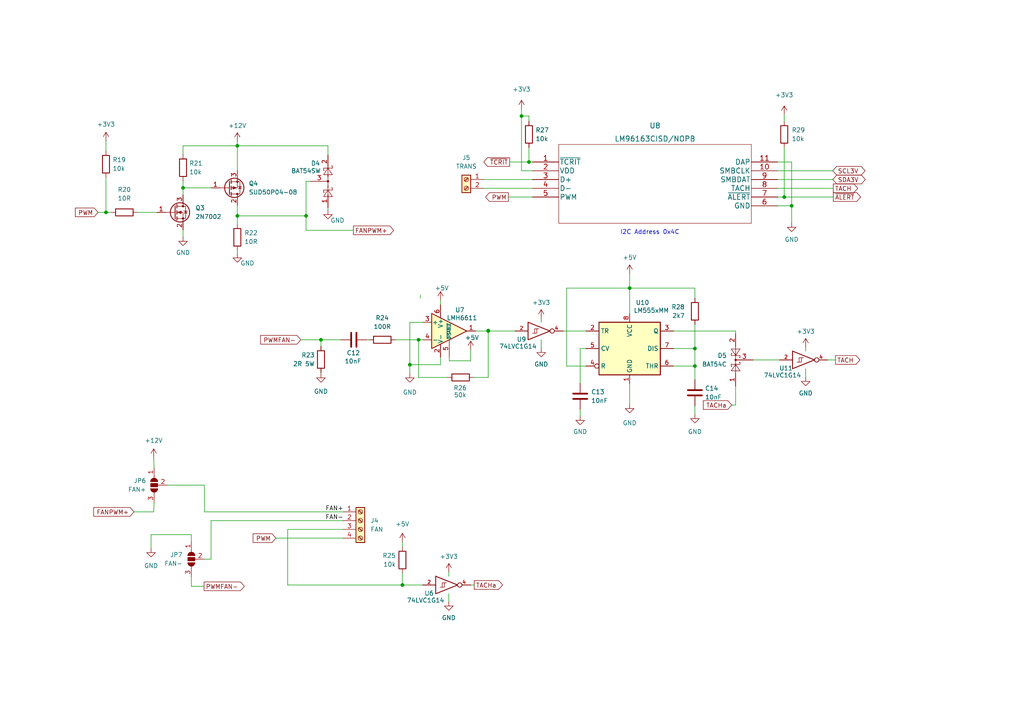
<source format=kicad_sch>
(kicad_sch (version 20211123) (generator eeschema)
  (paper "A4")
  (title_block (title "LINBus Fan Controller") (date "2023-02-19") (rev "1.0") (company "Gavin Hurlbut"))
  (lib_symbols
    (symbol "+12V_1" (power) (pin_names (offset 0))
      (property "Value" "+12V_1" (at 0 3.556 0))
      (symbol "+12V_1_0_1"
        (polyline (pts (xy -0.762 1.27) (xy 0 2.54)))
        (polyline (pts (xy 0 0) (xy 0 2.54)))
        (polyline (pts (xy 0 2.54) (xy 0.762 1.27)))
      )
      (symbol "+12V_1_1_1"
        (pin power_in line (at 0 0 90) (length 0) hide (name "+12V") (number "1"))
      )
    )
    (symbol "74xGxx:74LVC1G14" (pin_names (offset 1.016))
      (property "Reference" "U" (at -2.54 3.81 0))
      (property "Value" "74LVC1G14" (at 0 -3.81 0))
      (symbol "74LVC1G14_0_1"
        (polyline (pts (xy -1.905 -0.635) (xy -1.27 -0.635) (xy -1.27 0.635)))
        (polyline (pts (xy -3.81 2.54) (xy -3.81 -2.54) (xy 2.54 0) (xy -3.81 2.54)) (stroke (width 0.254)))
        (polyline (pts (xy -2.54 -0.635) (xy -1.905 -0.635) (xy -1.905 0.635) (xy -0.635 0.635)))
      )
      (symbol "74LVC1G14_1_1"
        (pin input line (at -7.62 0 0) (length 3.81) (name "~") (number "2"))
        (pin power_in line (at 0 -2.54 270) (length 0) hide (name "GND") (number "3"))
        (pin output inverted (at 6.35 0 180) (length 3.81) (name "~") (number "4"))
        (pin power_in line (at 0 2.54 90) (length 0) hide (name "VCC") (number "5"))
      )
    )
    (symbol "Amplifier_Operational:LMH6611" (pin_names (offset 0.127))
      (property "Reference" "U" (at 2.54 3.81 0))
      (property "Value" "LMH6611" (at 2.54 -3.81 0))
      (symbol "LMH6611_0_1"
        (polyline (pts (xy -5.08 5.08) (xy 5.08 0) (xy -5.08 -5.08) (xy -5.08 5.08)) (stroke (width 0.254)) (fill (type background)))
      )
      (symbol "LMH6611_1_1"
        (pin output line (at 7.62 0 180) (length 2.54) (name "~") (number "1"))
        (pin power_in line (at -2.54 -7.62 90) (length 3.81) (name "V-") (number "2"))
        (pin input line (at -7.62 2.54 0) (length 2.54) (name "+") (number "3"))
        (pin input line (at -7.62 -2.54 0) (length 2.54) (name "-") (number "4"))
        (pin input line (at 0 -7.62 90) (length 5.08) (name "~{DISABLE}") (number "5"))
        (pin power_in line (at -2.54 7.62 270) (length 3.81) (name "V+") (number "6"))
      )
    )
    (symbol "Connector:Screw_Terminal_01x02" (pin_names (offset 1.016) hide)
      (property "Reference" "J" (at 0 2.54 0))
      (property "Value" "Screw_Terminal_01x02" (at 0 -5.08 0))
      (symbol "Screw_Terminal_01x02_1_1"
        (rectangle (start -1.27 1.27) (end 1.27 -3.81) (stroke (width 0.254)) (fill (type background)))
        (circle (center 0 -2.54) (radius 0.635) (stroke (width 0.1524)))
        (polyline (pts (xy -0.5334 -2.2098) (xy 0.3302 -3.048)) (stroke (width 0.1524)))
        (polyline (pts (xy -0.5334 0.3302) (xy 0.3302 -0.508)) (stroke (width 0.1524)))
        (polyline (pts (xy -0.3556 -2.032) (xy 0.508 -2.8702)) (stroke (width 0.1524)))
        (polyline (pts (xy -0.3556 0.508) (xy 0.508 -0.3302)) (stroke (width 0.1524)))
        (circle (center 0 0) (radius 0.635) (stroke (width 0.1524)))
        (pin passive line (at -5.08 0 0) (length 3.81) (name "Pin_1") (number "1"))
        (pin passive line (at -5.08 -2.54 0) (length 3.81) (name "Pin_2") (number "2"))
      )
    )
    (symbol "Connector:Screw_Terminal_01x04" (pin_names (offset 1.016) hide)
      (property "Reference" "J" (at 0 5.08 0))
      (property "Value" "Screw_Terminal_01x04" (at 0 -7.62 0))
      (symbol "Screw_Terminal_01x04_1_1"
        (rectangle (start -1.27 3.81) (end 1.27 -6.35) (stroke (width 0.254)) (fill (type background)))
        (circle (center 0 -5.08) (radius 0.635) (stroke (width 0.1524)))
        (circle (center 0 -2.54) (radius 0.635) (stroke (width 0.1524)))
        (polyline (pts (xy -0.5334 -4.7498) (xy 0.3302 -5.588)) (stroke (width 0.1524)))
        (polyline (pts (xy -0.5334 -2.2098) (xy 0.3302 -3.048)) (stroke (width 0.1524)))
        (polyline (pts (xy -0.5334 0.3302) (xy 0.3302 -0.508)) (stroke (width 0.1524)))
        (polyline (pts (xy -0.5334 2.8702) (xy 0.3302 2.032)) (stroke (width 0.1524)))
        (polyline (pts (xy -0.3556 -4.572) (xy 0.508 -5.4102)) (stroke (width 0.1524)))
        (polyline (pts (xy -0.3556 -2.032) (xy 0.508 -2.8702)) (stroke (width 0.1524)))
        (polyline (pts (xy -0.3556 0.508) (xy 0.508 -0.3302)) (stroke (width 0.1524)))
        (polyline (pts (xy -0.3556 3.048) (xy 0.508 2.2098)) (stroke (width 0.1524)))
        (circle (center 0 0) (radius 0.635) (stroke (width 0.1524)))
        (circle (center 0 2.54) (radius 0.635) (stroke (width 0.1524)))
        (pin passive line (at -5.08 2.54 0) (length 3.81) (name "Pin_1") (number "1"))
        (pin passive line (at -5.08 0 0) (length 3.81) (name "Pin_2") (number "2"))
        (pin passive line (at -5.08 -2.54 0) (length 3.81) (name "Pin_3") (number "3"))
        (pin passive line (at -5.08 -5.08 0) (length 3.81) (name "Pin_4") (number "4"))
      )
    )
    (symbol "Device:C" (pin_numbers hide) (pin_names (offset 0.254))
      (property "Reference" "C" (at 0.635 2.54 0))
      (property "Value" "C" (at 0.635 -2.54 0))
      (symbol "C_0_1"
        (polyline (pts (xy -2.032 -0.762) (xy 2.032 -0.762)) (stroke (width 0.508)))
        (polyline (pts (xy -2.032 0.762) (xy 2.032 0.762)) (stroke (width 0.508)))
      )
      (symbol "C_1_1"
        (pin passive line (at 0 3.81 270) (length 2.794) (name "~") (number "1"))
        (pin passive line (at 0 -3.81 90) (length 2.794) (name "~") (number "2"))
      )
    )
    (symbol "Device:R" (pin_numbers hide) (pin_names (offset 0))
      (property "Reference" "R" (at 2.032 0 90))
      (property "Value" "R" (at 0 0 90))
      (symbol "R_0_1"
        (rectangle (start -1.016 -2.54) (end 1.016 2.54) (stroke (width 0.254)))
      )
      (symbol "R_1_1"
        (pin passive line (at 0 3.81 270) (length 1.27) (name "~") (number "1"))
        (pin passive line (at 0 -3.81 90) (length 1.27) (name "~") (number "2"))
      )
    )
    (symbol "Diode:BAT54C" (pin_names (offset 1.016))
      (property "Reference" "D" (at 0.635 -3.81 0))
      (property "Value" "BAT54C" (at -6.35 3.175 0))
      (symbol "BAT54C_0_1"
        (polyline (pts (xy -1.905 0) (xy 1.905 0)))
        (polyline (pts (xy -1.905 1.27) (xy -1.905 1.016)))
        (polyline (pts (xy -1.27 -1.27) (xy -0.635 -1.27)))
        (polyline (pts (xy -1.27 0) (xy -3.81 0)))
        (polyline (pts (xy -1.27 1.27) (xy -1.905 1.27)))
        (polyline (pts (xy -1.27 1.27) (xy -1.27 -1.27)))
        (polyline (pts (xy -0.635 -1.27) (xy -0.635 -1.016)))
        (polyline (pts (xy 0.635 -1.27) (xy 0.635 -1.016)))
        (polyline (pts (xy 1.27 -1.27) (xy 0.635 -1.27)))
        (polyline (pts (xy 1.27 1.27) (xy 1.27 -1.27)))
        (polyline (pts (xy 1.27 1.27) (xy 1.905 1.27)))
        (polyline (pts (xy 1.905 1.27) (xy 1.905 1.016)))
        (polyline (pts (xy 3.81 0) (xy 1.27 0)))
        (polyline (pts (xy -3.175 -1.27) (xy -3.175 1.27) (xy -1.27 0) (xy -3.175 -1.27)))
        (polyline (pts (xy 3.175 -1.27) (xy 3.175 1.27) (xy 1.27 0) (xy 3.175 -1.27)))
        (circle (center 0 0) (radius 0.254) (fill (type outline)))
      )
      (symbol "BAT54C_1_1"
        (pin passive line (at -7.62 0 0) (length 3.81) (name "~") (number "1"))
        (pin passive line (at 7.62 0 180) (length 3.81) (name "~") (number "2"))
        (pin passive line (at 0 -5.08 90) (length 5.08) (name "~") (number "3"))
      )
    )
    (symbol "Diode:BAT54SW" (pin_names (offset 1.016))
      (property "Reference" "D" (at 0.635 -3.81 0))
      (property "Value" "BAT54SW" (at -6.35 3.175 0))
      (symbol "BAT54SW_0_1"
        (polyline (pts (xy -3.81 0) (xy -1.27 0)))
        (polyline (pts (xy -3.175 -1.27) (xy -3.175 -1.016)))
        (polyline (pts (xy -2.54 -1.27) (xy -3.175 -1.27)))
        (polyline (pts (xy -2.54 -1.27) (xy -2.54 1.27)))
        (polyline (pts (xy -2.54 1.27) (xy -1.905 1.27)))
        (polyline (pts (xy -1.905 0) (xy 1.905 0)))
        (polyline (pts (xy -1.905 1.27) (xy -1.905 1.016)))
        (polyline (pts (xy 1.27 0) (xy 3.81 0)))
        (polyline (pts (xy 3.175 -1.27) (xy 3.175 -1.016)))
        (polyline (pts (xy 3.81 -1.27) (xy 3.175 -1.27)))
        (polyline (pts (xy 3.81 -1.27) (xy 3.81 1.27)))
        (polyline (pts (xy 3.81 1.27) (xy 4.445 1.27)))
        (polyline (pts (xy 4.445 1.27) (xy 4.445 1.016)))
        (polyline (pts (xy -4.445 1.27) (xy -4.445 -1.27) (xy -2.54 0) (xy -4.445 1.27)))
        (polyline (pts (xy 1.905 1.27) (xy 1.905 -1.27) (xy 3.81 0) (xy 1.905 1.27)))
        (circle (center 0 0) (radius 0.254) (fill (type outline)))
      )
      (symbol "BAT54SW_1_1"
        (pin passive line (at -7.62 0 0) (length 3.81) (name "~") (number "1"))
        (pin passive line (at 7.62 0 180) (length 3.81) (name "~") (number "2"))
        (pin passive line (at 0 -5.08 90) (length 5.08) (name "~") (number "3"))
      )
    )
    (symbol "GND_1" (power) (pin_names (offset 0))
      (property "Value" "GND_1" (at 0 -3.81 0))
      (symbol "GND_1_0_1"
        (polyline (pts (xy 0 0) (xy 0 -1.27) (xy 1.27 -1.27) (xy 0 -2.54) (xy -1.27 -1.27) (xy 0 -1.27)))
      )
      (symbol "GND_1_1_1"
        (pin power_in line (at 0 0 270) (length 0) hide (name "GND") (number "1"))
      )
    )
    (symbol "GND_2" (power) (pin_names (offset 0))
      (property "Value" "GND_2" (at 0 -3.81 0))
      (symbol "GND_2_0_1"
        (polyline (pts (xy 0 0) (xy 0 -1.27) (xy 1.27 -1.27) (xy 0 -2.54) (xy -1.27 -1.27) (xy 0 -1.27)))
      )
      (symbol "GND_2_1_1"
        (pin power_in line (at 0 0 270) (length 0) hide (name "GND") (number "1"))
      )
    )
    (symbol "Jumper:SolderJumper_3_Open" (pin_names (offset 0) hide)
      (property "Reference" "JP" (at -2.54 -2.54 0))
      (property "Value" "SolderJumper_3_Open" (at 0 2.794 0))
      (symbol "SolderJumper_3_Open_0_1"
        (arc (start -1.016 1.016) (mid -2.032 0) (end -1.016 -1.016))
        (arc (start -1.016 1.016) (mid -2.032 0) (end -1.016 -1.016) (fill (type outline)))
        (rectangle (start -0.508 1.016) (end 0.508 -1.016) (fill (type outline)))
        (polyline (pts (xy -2.54 0) (xy -2.032 0)))
        (polyline (pts (xy -1.016 1.016) (xy -1.016 -1.016)))
        (polyline (pts (xy 0 -1.27) (xy 0 -1.016)))
        (polyline (pts (xy 1.016 1.016) (xy 1.016 -1.016)))
        (polyline (pts (xy 2.54 0) (xy 2.032 0)))
        (arc (start 1.016 -1.016) (mid 2.032 0) (end 1.016 1.016))
        (arc (start 1.016 -1.016) (mid 2.032 0) (end 1.016 1.016) (fill (type outline)))
      )
      (symbol "SolderJumper_3_Open_1_1"
        (pin passive line (at -5.08 0 0) (length 2.54) (name "A") (number "1"))
        (pin passive line (at 0 -3.81 90) (length 2.54) (name "C") (number "2"))
        (pin passive line (at 5.08 0 180) (length 2.54) (name "B") (number "3"))
      )
    )
    (symbol "Timer:LM555xMM"
      (property "Reference" "U" (at -10.16 8.89 0))
      (property "Value" "LM555xMM" (at 2.54 8.89 0))
      (symbol "LM555xMM_0_0"
        (pin power_in line (at 0 -10.16 90) (length 2.54) (name "GND") (number "1"))
        (pin power_in line (at 0 10.16 270) (length 2.54) (name "VCC") (number "8"))
      )
      (symbol "LM555xMM_0_1"
        (rectangle (start -8.89 -7.62) (end 8.89 7.62) (stroke (width 0.254)) (fill (type background)))
        (rectangle (start -8.89 -7.62) (end 8.89 7.62) (stroke (width 0.254)) (fill (type background)))
      )
      (symbol "LM555xMM_1_1"
        (pin input line (at -12.7 5.08 0) (length 3.81) (name "TR") (number "2"))
        (pin output line (at 12.7 5.08 180) (length 3.81) (name "Q") (number "3"))
        (pin input inverted (at -12.7 -5.08 0) (length 3.81) (name "R") (number "4"))
        (pin input line (at -12.7 0 0) (length 3.81) (name "CV") (number "5"))
        (pin input line (at 12.7 -5.08 180) (length 3.81) (name "THR") (number "6"))
        (pin input line (at 12.7 0 180) (length 3.81) (name "DIS") (number "7"))
      )
    )
    (symbol "Transistor_FET:2N7002" (pin_names hide)
      (property "Reference" "Q" (at 5.08 1.905 0))
      (property "Value" "2N7002" (at 5.08 0 0))
      (symbol "2N7002_0_1"
        (polyline (pts (xy 0.254 0) (xy -2.54 0)))
        (polyline (pts (xy 0.254 1.905) (xy 0.254 -1.905)) (stroke (width 0.254)))
        (polyline (pts (xy 0.762 -1.27) (xy 0.762 -2.286)) (stroke (width 0.254)))
        (polyline (pts (xy 0.762 0.508) (xy 0.762 -0.508)) (stroke (width 0.254)))
        (polyline (pts (xy 0.762 2.286) (xy 0.762 1.27)) (stroke (width 0.254)))
        (polyline (pts (xy 2.54 2.54) (xy 2.54 1.778)))
        (polyline (pts (xy 2.54 -2.54) (xy 2.54 0) (xy 0.762 0)))
        (polyline (pts (xy 0.762 -1.778) (xy 3.302 -1.778) (xy 3.302 1.778) (xy 0.762 1.778)))
        (polyline (pts (xy 1.016 0) (xy 2.032 0.381) (xy 2.032 -0.381) (xy 1.016 0)) (fill (type outline)))
        (polyline (pts (xy 2.794 0.508) (xy 2.921 0.381) (xy 3.683 0.381) (xy 3.81 0.254)))
        (polyline (pts (xy 3.302 0.381) (xy 2.921 -0.254) (xy 3.683 -0.254) (xy 3.302 0.381)))
        (circle (center 1.651 0) (radius 2.794) (stroke (width 0.254)))
        (circle (center 2.54 -1.778) (radius 0.254) (fill (type outline)))
        (circle (center 2.54 1.778) (radius 0.254) (fill (type outline)))
      )
      (symbol "2N7002_1_1"
        (pin input line (at -5.08 0 0) (length 2.54) (name "G") (number "1"))
        (pin passive line (at 2.54 -5.08 90) (length 2.54) (name "S") (number "2"))
        (pin passive line (at 2.54 5.08 270) (length 2.54) (name "D") (number "3"))
      )
    )
    (symbol "Transistor_FET:SUD50P04-08" (pin_names hide)
      (property "Reference" "Q" (at 4.953 1.905 0))
      (property "Value" "SUD50P04-08" (at 4.953 0 0))
      (symbol "SUD50P04-08_0_1"
        (polyline (pts (xy 0.254 0) (xy -2.54 0)))
        (polyline (pts (xy 0.254 1.905) (xy 0.254 -1.905)) (stroke (width 0.254)))
        (polyline (pts (xy 0.762 -1.27) (xy 0.762 -2.286)) (stroke (width 0.254)))
        (polyline (pts (xy 0.762 0.508) (xy 0.762 -0.508)) (stroke (width 0.254)))
        (polyline (pts (xy 0.762 2.286) (xy 0.762 1.27)) (stroke (width 0.254)))
        (polyline (pts (xy 2.54 2.54) (xy 2.54 1.778)))
        (polyline (pts (xy 2.54 -2.54) (xy 2.54 0) (xy 0.762 0)))
        (polyline (pts (xy 0.762 1.778) (xy 3.302 1.778) (xy 3.302 -1.778) (xy 0.762 -1.778)))
        (polyline (pts (xy 2.286 0) (xy 1.27 0.381) (xy 1.27 -0.381) (xy 2.286 0)) (fill (type outline)))
        (polyline (pts (xy 2.794 -0.508) (xy 2.921 -0.381) (xy 3.683 -0.381) (xy 3.81 -0.254)))
        (polyline (pts (xy 3.302 -0.381) (xy 2.921 0.254) (xy 3.683 0.254) (xy 3.302 -0.381)))
        (circle (center 1.651 0) (radius 2.794) (stroke (width 0.254)))
        (circle (center 2.54 -1.778) (radius 0.254) (fill (type outline)))
        (circle (center 2.54 1.778) (radius 0.254) (fill (type outline)))
      )
      (symbol "SUD50P04-08_1_1"
        (pin input line (at -5.08 0 0) (length 2.54) (name "G") (number "1"))
        (pin passive line (at 2.54 5.08 270) (length 2.54) (name "D") (number "2"))
        (pin passive line (at 2.54 -5.08 90) (length 2.54) (name "S") (number "3"))
      )
    )
    (symbol "UltraLibrarian:LM96163CISD{slash}NOPB" (pin_names (offset 0.254))
      (property "Value" "LM96163CISD{slash}NOPB" (at 35.56 7.62 0))
      (symbol "LM96163CISD{slash}NOPB_1_1"
        (polyline (pts (xy 7.62 -17.78) (xy 63.5 -17.78)) (stroke (width 0.127)))
        (polyline (pts (xy 7.62 5.08) (xy 7.62 -17.78)) (stroke (width 0.127)))
        (polyline (pts (xy 63.5 -17.78) (xy 63.5 5.08)) (stroke (width 0.127)))
        (polyline (pts (xy 63.5 5.08) (xy 7.62 5.08)) (stroke (width 0.127)))
        (pin unspecified line (at 0 0 0) (length 7.62) (name "~{TCRIT}") (number "1"))
        (pin input line (at 71.12 -2.54 180) (length 7.62) (name "SMBCLK") (number "10"))
        (pin power_in line (at 71.12 0 180) (length 7.62) (name "DAP") (number "11"))
        (pin power_in line (at 0 -2.54 0) (length 7.62) (name "VDD") (number "2"))
        (pin passive line (at 0 -5.08 0) (length 7.62) (name "D+") (number "3"))
        (pin passive line (at 0 -7.62 0) (length 7.62) (name "D-") (number "4"))
        (pin unspecified line (at 0 -10.16 0) (length 7.62) (name "PWM") (number "5"))
        (pin power_in line (at 71.12 -12.7 180) (length 7.62) (name "GND") (number "6"))
        (pin unspecified line (at 71.12 -10.16 180) (length 7.62) (name "~{ALERT}") (number "7"))
        (pin input line (at 71.12 -7.62 180) (length 7.62) (name "TACH") (number "8"))
        (pin bidirectional line (at 71.12 -5.08 180) (length 7.62) (name "SMBDAT") (number "9"))
      )
    )
    (symbol "power:+12V" (power) (pin_names (offset 0))
      (property "Value" "+12V" (at 0 3.556 0))
      (symbol "+12V_0_1"
        (polyline (pts (xy -0.762 1.27) (xy 0 2.54)))
        (polyline (pts (xy 0 0) (xy 0 2.54)))
        (polyline (pts (xy 0 2.54) (xy 0.762 1.27)))
      )
      (symbol "+12V_1_1"
        (pin power_in line (at 0 0 90) (length 0) hide (name "+12V") (number "1"))
      )
    )
    (symbol "power:+3V3" (power) (pin_names (offset 0))
      (property "Value" "+3V3" (at 0 3.556 0))
      (symbol "+3V3_0_1"
        (polyline (pts (xy -0.762 1.27) (xy 0 2.54)))
        (polyline (pts (xy 0 0) (xy 0 2.54)))
        (polyline (pts (xy 0 2.54) (xy 0.762 1.27)))
      )
      (symbol "+3V3_1_1"
        (pin power_in line (at 0 0 90) (length 0) hide (name "+3V3") (number "1"))
      )
    )
    (symbol "power:+5V" (power) (pin_names (offset 0))
      (property "Value" "+5V" (at 0 3.556 0))
      (symbol "+5V_0_1"
        (polyline (pts (xy -0.762 1.27) (xy 0 2.54)))
        (polyline (pts (xy 0 0) (xy 0 2.54)))
        (polyline (pts (xy 0 2.54) (xy 0.762 1.27)))
      )
      (symbol "+5V_1_1"
        (pin power_in line (at 0 0 90) (length 0) hide (name "+5V") (number "1"))
      )
    )
    (symbol "power:GND" (power) (pin_names (offset 0))
      (property "Value" "GND" (at 0 -3.81 0))
      (symbol "GND_0_1"
        (polyline (pts (xy 0 0) (xy 0 -1.27) (xy 1.27 -1.27) (xy 0 -2.54) (xy -1.27 -1.27) (xy 0 -1.27)))
      )
      (symbol "GND_1_1"
        (pin power_in line (at 0 0 270) (length 0) hide (name "GND") (number "1"))
      )
    )
  )
  (junction (at 227.457 57.15))
  (junction (at 201.549 106.172))
  (junction (at 93.091 98.552))
  (junction (at 201.549 101.092))
  (junction (at 68.834 62.611))
  (junction (at 116.713 169.672))
  (junction (at 151.257 33.655))
  (junction (at 121.412 98.552))
  (junction (at 141.605 95.885))
  (junction (at 30.734 61.595))
  (junction (at 182.626 83.566))
  (junction (at 88.773 62.611))
  (junction (at 153.416 46.99))
  (junction (at 141.605 96.012))
  (junction (at 118.872 105.791))
  (junction (at 68.834 42.291))
  (junction (at 53.086 54.483))
  (junction (at 229.616 59.69))
  (wire (pts (xy 68.834 41.021) (xy 68.834 42.291)))
  (wire (pts (xy 53.086 66.675) (xy 53.086 68.707)))
  (wire (pts (xy 147.447 57.15) (xy 154.432 57.15)))
  (wire (pts (xy 44.704 145.796) (xy 44.577 148.463)))
  (wire (pts (xy 61.214 151.003) (xy 61.214 162.179)))
  (wire (pts (xy 59.309 140.716) (xy 59.309 148.463)))
  (wire (pts (xy 141.605 96.012) (xy 137.922 96.012)))
  (wire (pts (xy 136.525 104.648) (xy 130.302 104.648)))
  (wire (pts (xy 61.214 162.179) (xy 59.309 162.179)))
  (wire (pts (xy 154.432 52.07) (xy 140.335 52.07)))
  (wire (pts (xy 201.549 110.109) (xy 201.549 106.172)))
  (wire (pts (xy 149.352 96.012) (xy 141.605 96.012)))
  (wire (pts (xy 121.92 85.598) (xy 121.92 86.487)))
  (wire (pts (xy 201.549 86.487) (xy 201.549 83.566)))
  (wire (pts (xy 87.249 98.552) (xy 93.091 98.552)))
  (wire (pts (xy 48.514 140.716) (xy 59.309 140.716)))
  (wire (pts (xy 182.626 83.566) (xy 182.626 90.932)))
  (wire (pts (xy 136.525 101.473) (xy 136.525 104.648)))
  (wire (pts (xy 68.834 42.291) (xy 95.123 42.291)))
  (wire (pts (xy 130.302 103.632) (xy 130.302 104.648)))
  (wire (pts (xy 83.439 169.672) (xy 116.713 169.672)))
  (wire (pts (xy 68.834 62.611) (xy 88.773 62.611)))
  (wire (pts (xy 233.68 100.711) (xy 233.68 101.854)))
  (wire (pts (xy 227.457 33.274) (xy 227.457 35.179)))
  (wire (pts (xy 122.682 98.552) (xy 121.412 98.552)))
  (wire (pts (xy 121.412 109.474) (xy 121.412 98.552)))
  (wire (pts (xy 225.552 54.61) (xy 241.681 54.61)))
  (wire (pts (xy 227.457 57.15) (xy 241.681 57.15)))
  (wire (pts (xy 153.416 46.99) (xy 147.828 46.99)))
  (wire (pts (xy 32.258 61.595) (xy 30.734 61.595)))
  (wire (pts (xy 127.762 105.791) (xy 118.872 105.791)))
  (wire (pts (xy 93.091 108.331) (xy 93.091 108.077)))
  (wire (pts (xy 53.086 44.831) (xy 53.086 42.291)))
  (wire (pts (xy 59.309 148.463) (xy 99.441 148.463)))
  (wire (pts (xy 30.734 43.815) (xy 30.734 40.894)))
  (wire (pts (xy 213.36 96.012) (xy 195.326 96.012)))
  (wire (pts (xy 116.713 166.243) (xy 116.713 169.672)))
  (wire (pts (xy 39.878 61.595) (xy 45.466 61.595)))
  (wire (pts (xy 68.834 72.644) (xy 68.834 73.533)))
  (wire (pts (xy 168.275 120.65) (xy 168.275 118.745)))
  (wire (pts (xy 127.762 88.392) (xy 127.762 87.122)))
  (wire (pts (xy 182.626 111.252) (xy 182.626 117.221)))
  (wire (pts (xy 95.123 42.291) (xy 95.123 44.958)))
  (wire (pts (xy 122.555 169.672) (xy 116.713 169.672)))
  (wire (pts (xy 156.972 92.329) (xy 156.972 93.472)))
  (wire (pts (xy 44.577 132.715) (xy 44.704 135.636)))
  (wire (pts (xy 229.616 59.69) (xy 229.616 64.643)))
  (wire (pts (xy 53.086 42.291) (xy 68.834 42.291)))
  (wire (pts (xy 53.086 54.483) (xy 61.214 54.483)))
  (wire (pts (xy 61.214 151.003) (xy 99.441 151.003)))
  (wire (pts (xy 88.773 62.611) (xy 88.773 66.802)))
  (wire (pts (xy 201.549 106.172) (xy 195.326 106.172)))
  (wire (pts (xy 141.605 96.012) (xy 141.605 95.885)))
  (wire (pts (xy 106.426 98.552) (xy 107.061 98.552)))
  (wire (pts (xy 127.762 103.632) (xy 127.762 105.791)))
  (wire (pts (xy 118.872 105.791) (xy 118.872 108.331)))
  (wire (pts (xy 68.834 65.024) (xy 68.834 62.611)))
  (wire (pts (xy 90.043 52.578) (xy 88.773 52.578)))
  (wire (pts (xy 55.499 155.067) (xy 55.499 157.099)))
  (wire (pts (xy 225.552 57.15) (xy 227.457 57.15)))
  (wire (pts (xy 168.275 111.125) (xy 168.275 101.092)))
  (wire (pts (xy 151.257 31.623) (xy 151.257 33.655)))
  (wire (pts (xy 80.01 156.083) (xy 99.441 156.083)))
  (wire (pts (xy 53.086 52.451) (xy 53.086 54.483)))
  (wire (pts (xy 229.616 46.99) (xy 225.552 46.99)))
  (wire (pts (xy 154.432 54.61) (xy 140.335 54.61)))
  (wire (pts (xy 130.175 165.989) (xy 130.175 167.132)))
  (wire (pts (xy 201.549 83.566) (xy 182.626 83.566)))
  (wire (pts (xy 88.773 52.578) (xy 88.773 62.611)))
  (wire (pts (xy 195.326 101.092) (xy 201.549 101.092)))
  (wire (pts (xy 164.338 83.566) (xy 182.626 83.566)))
  (wire (pts (xy 93.091 98.552) (xy 98.806 98.552)))
  (wire (pts (xy 153.416 35.179) (xy 153.416 33.655)))
  (wire (pts (xy 201.549 94.107) (xy 201.549 101.092)))
  (wire (pts (xy 225.552 59.69) (xy 229.616 59.69)))
  (wire (pts (xy 122.682 93.472) (xy 118.872 93.472)))
  (wire (pts (xy 168.275 101.092) (xy 169.926 101.092)))
  (wire (pts (xy 156.972 98.552) (xy 156.972 100.965)))
  (wire (pts (xy 153.416 42.799) (xy 153.416 46.99)))
  (wire (pts (xy 213.36 96.774) (xy 213.36 96.012)))
  (wire (pts (xy 151.257 33.655) (xy 151.257 49.53)))
  (wire (pts (xy 116.713 157.226) (xy 116.713 158.623)))
  (wire (pts (xy 59.182 170.053) (xy 55.499 170.053)))
  (wire (pts (xy 30.734 51.435) (xy 30.734 61.595)))
  (wire (pts (xy 55.499 170.053) (xy 55.499 167.259)))
  (wire (pts (xy 121.412 98.552) (xy 114.681 98.552)))
  (wire (pts (xy 68.834 42.291) (xy 68.834 49.403)))
  (wire (pts (xy 88.773 66.802) (xy 102.489 66.802)))
  (wire (pts (xy 137.541 169.672) (xy 136.525 169.672)))
  (wire (pts (xy 225.552 49.53) (xy 241.554 49.53)))
  (wire (pts (xy 154.432 46.99) (xy 153.416 46.99)))
  (wire (pts (xy 213.36 112.014) (xy 213.36 117.475)))
  (wire (pts (xy 151.257 49.53) (xy 154.432 49.53)))
  (wire (pts (xy 201.549 101.092) (xy 201.549 106.172)))
  (wire (pts (xy 118.872 93.472) (xy 118.872 105.791)))
  (wire (pts (xy 83.439 153.543) (xy 83.439 169.672)))
  (wire (pts (xy 53.086 54.483) (xy 53.086 56.515)))
  (wire (pts (xy 201.549 117.729) (xy 201.549 120.142)))
  (wire (pts (xy 233.68 106.934) (xy 233.68 109.347)))
  (wire (pts (xy 137.414 109.474) (xy 141.605 109.474)))
  (wire (pts (xy 129.794 109.474) (xy 121.412 109.474)))
  (wire (pts (xy 153.416 33.655) (xy 151.257 33.655)))
  (wire (pts (xy 141.605 109.474) (xy 141.605 96.012)))
  (wire (pts (xy 225.552 52.07) (xy 241.554 52.07)))
  (wire (pts (xy 93.091 98.552) (xy 93.091 100.457)))
  (wire (pts (xy 227.457 42.799) (xy 227.457 57.15)))
  (wire (pts (xy 99.441 153.543) (xy 83.439 153.543)))
  (wire (pts (xy 182.626 79.375) (xy 182.626 83.566)))
  (wire (pts (xy 130.175 172.212) (xy 130.175 174.498)))
  (wire (pts (xy 164.338 83.566) (xy 164.338 106.172)))
  (wire (pts (xy 226.06 104.394) (xy 218.44 104.394)))
  (wire (pts (xy 213.36 117.475) (xy 212.217 117.475)))
  (wire (pts (xy 169.926 106.172) (xy 164.338 106.172)))
  (wire (pts (xy 229.616 46.99) (xy 229.616 59.69)))
  (wire (pts (xy 163.322 96.012) (xy 169.926 96.012)))
  (wire (pts (xy 43.815 159.004) (xy 43.815 155.067)))
  (wire (pts (xy 95.123 60.198) (xy 95.123 60.96)))
  (wire (pts (xy 30.734 61.595) (xy 28.448 61.595)))
  (wire (pts (xy 242.316 104.394) (xy 240.03 104.394)))
  (wire (pts (xy 43.815 155.067) (xy 55.499 155.067)))
  (wire (pts (xy 68.834 62.611) (xy 68.834 59.563)))
  (wire (pts (xy 38.862 148.463) (xy 44.577 148.463)))
  (text "I2C Address 0x4C" (at 197.104 68.199 180) (effects (font (size 1.27 1.27)) (justify right bottom)))
  (label "FAN-" (at 94.361 151.003 0))
  (label "FAN+" (at 94.361 148.463 0))
  (global_label "~{TCRIT}" (shape output) (at 147.828 46.99 180) (property "Intersheet References" "${INTERSHEET_REFS}" (effects hide)))
  (global_label "PWM" (shape input) (at 80.01 156.083 180) (property "Intersheet References" "${INTERSHEET_REFS}" (effects hide)))
  (global_label "SCL3V" (shape bidirectional) (at 241.554 49.53 0) (property "Intersheet References" "${INTERSHEET_REFS}" (effects hide)))
  (global_label "PWMFAN-" (shape input) (at 87.249 98.552 180) (property "Intersheet References" "${INTERSHEET_REFS}" (effects hide)))
  (global_label "PWMFAN-" (shape output) (at 59.182 170.053 0) (property "Intersheet References" "${INTERSHEET_REFS}" (effects hide)))
  (global_label "~{ALERT}" (shape output) (at 241.681 57.15 0) (property "Intersheet References" "${INTERSHEET_REFS}" (effects hide)))
  (global_label "TACH" (shape output) (at 242.316 104.394 0) (property "Intersheet References" "${INTERSHEET_REFS}" (effects hide)))
  (global_label "TACHa" (shape input) (at 212.217 117.475 180) (property "Intersheet References" "${INTERSHEET_REFS}" (effects hide)))
  (global_label "SDA3V" (shape bidirectional) (at 241.554 52.07 0) (property "Intersheet References" "${INTERSHEET_REFS}" (effects hide)))
  (global_label "FANPWM+" (shape output) (at 102.489 66.802 0) (property "Intersheet References" "${INTERSHEET_REFS}" (effects hide)))
  (global_label "PWM" (shape output) (at 147.447 57.15 180) (property "Intersheet References" "${INTERSHEET_REFS}" (effects hide)))
  (global_label "PWM" (shape input) (at 28.448 61.595 180) (property "Intersheet References" "${INTERSHEET_REFS}" (effects hide)))
  (global_label "TACH" (shape output) (at 241.681 54.61 0) (property "Intersheet References" "${INTERSHEET_REFS}" (effects hide)))
  (global_label "FANPWM+" (shape input) (at 38.862 148.463 180) (property "Intersheet References" "${INTERSHEET_REFS}" (effects hide)))
  (global_label "TACHa" (shape output) (at 137.541 169.672 0) (property "Intersheet References" "${INTERSHEET_REFS}" (effects hide)))
  (symbol (lib_id "Device:C") (at 201.549 113.919 0) (mirror y) (unit 1)
    (property "Reference" "C14" (at 204.47 112.6489 0) (effects (justify right)))
    (property "Value" "10nF" (at 204.47 115.1889 0) (effects (justify right)))
    (property "Footprint" "Capacitor_SMD:C_0805_2012Metric_Pad1.18x1.45mm_HandSolder" (effects hide))
  )
  (symbol (lib_name "GND_2") (lib_id "power:GND") (at 53.086 68.707 0) (unit 1)
    (property "Reference" "#PWR043" (effects hide))
    (property "Value" "GND" (at 53.086 73.279 0))
  )
  (symbol (lib_id "Device:R") (at 93.091 104.267 0) (mirror y) (unit 1)
    (property "Reference" "R23" (at 91.313 102.9969 0) (effects (justify left)))
    (property "Value" "2R 5W" (at 91.313 105.5369 0) (effects (justify left)))
    (property "Footprint" "UltraLibrarian:355010RFT" (effects hide))
  )
  (symbol (lib_id "Jumper:SolderJumper_3_Open") (at 55.499 162.179 90) (mirror x) (unit 1)
    (property "Reference" "JP7" (at 52.959 160.9089 90) (effects (justify left)))
    (property "Value" "FAN-" (at 52.959 163.4489 90) (effects (justify left)))
    (property "Footprint" "Jumper:SolderJumper-3_P2.0mm_Open_TrianglePad1.0x1.5mm" (effects hide))
  )
  (symbol (lib_id "power:+5V") (at 127.762 87.122 0) (mirror y) (unit 1)
    (property "Reference" "#PWR050" (effects hide))
    (property "Value" "+5V" (at 128.143 83.566 0))
  )
  (symbol (lib_id "Connector:Screw_Terminal_01x04") (at 104.521 151.003 0) (unit 1)
    (property "Reference" "J4" (at 107.442 151.0029 0) (effects (justify left)))
    (property "Value" "FAN" (at 107.442 153.5429 0) (effects (justify left)))
    (property "Footprint" "TerminalBlock_TE-Connectivity:TerminalBlock_TE_282834-4_1x04_P2.54mm_Horizontal" (effects hide))
  )
  (symbol (lib_id "74xGxx:74LVC1G14") (at 233.68 104.394 0) (unit 1)
    (property "Reference" "U11" (at 227.965 106.807 0))
    (property "Value" "74LVC1G14" (at 226.949 108.839 0))
    (property "Footprint" "Package_TO_SOT_SMD:SOT-353_SC-70-5_Handsoldering" (effects hide))
    (property "Datasheet" "http://www.ti.com/lit/sg/scyt129e/scyt129e.pdf" (effects hide))
  )
  (symbol (lib_id "74xGxx:74LVC1G14") (at 156.972 96.012 0) (unit 1)
    (property "Reference" "U9" (at 151.257 98.425 0))
    (property "Value" "74LVC1G14" (at 150.241 100.457 0))
    (property "Footprint" "Package_TO_SOT_SMD:SOT-353_SC-70-5_Handsoldering" (effects hide))
    (property "Datasheet" "http://www.ti.com/lit/sg/scyt129e/scyt129e.pdf" (effects hide))
  )
  (symbol (lib_id "Device:R") (at 36.068 61.595 90) (unit 1)
    (property "Reference" "R20" (at 36.068 54.991 90))
    (property "Value" "10R" (at 36.068 57.531 90))
    (property "Footprint" "Resistor_SMD:R_0805_2012Metric_Pad1.20x1.40mm_HandSolder" (effects hide))
  )
  (symbol (lib_id "power:+3V3") (at 227.457 33.274 0) (unit 1)
    (property "Reference" "#PWR061" (effects hide))
    (property "Value" "+3V3" (at 227.457 27.559 0))
  )
  (symbol (lib_id "power:GND") (at 43.815 159.004 0) (unit 1)
    (property "Reference" "#PWR041" (effects hide))
    (property "Value" "GND" (at 43.815 164.084 0))
  )
  (symbol (lib_id "power:GND") (at 168.275 120.65 0) (mirror y) (unit 1)
    (property "Reference" "#PWR057" (effects hide))
    (property "Value" "GND" (at 168.275 125.222 0))
  )
  (symbol (lib_id "power:+5V") (at 116.713 157.226 0) (mirror y) (unit 1)
    (property "Reference" "#PWR048" (effects hide))
    (property "Value" "+5V" (at 116.713 151.9936 0))
  )
  (symbol (lib_id "power:+3V3") (at 233.68 100.711 0) (mirror y) (unit 1)
    (property "Reference" "#PWR063" (effects hide))
    (property "Value" "+3V3" (at 233.68 96.139 0))
  )
  (symbol (lib_name "GND_1") (lib_id "power:GND") (at 68.834 73.533 0) (unit 1)
    (property "Reference" "#PWR045" (effects hide))
    (property "Value" "GND" (at 71.755 76.327 0))
  )
  (symbol (lib_id "power:GND") (at 93.091 108.331 0) (mirror y) (unit 1)
    (property "Reference" "#PWR046" (effects hide))
    (property "Value" "GND" (at 93.091 113.538 0))
  )
  (symbol (lib_id "Device:R") (at 116.713 162.433 0) (mirror y) (unit 1)
    (property "Reference" "R25" (at 114.8334 161.1629 0) (effects (justify left)))
    (property "Value" "10k" (at 114.8334 163.7029 0) (effects (justify left)))
    (property "Footprint" "Resistor_SMD:R_0805_2012Metric_Pad1.20x1.40mm_HandSolder" (effects hide))
  )
  (symbol (lib_id "Connector:Screw_Terminal_01x02") (at 135.255 52.07 0) (mirror y) (unit 1)
    (property "Reference" "J5" (at 135.255 45.72 0))
    (property "Value" "TRANS" (at 135.255 48.26 0))
    (property "Footprint" "TerminalBlock_TE-Connectivity:TerminalBlock_TE_282834-2_1x02_P2.54mm_Horizontal" (effects hide))
  )
  (symbol (lib_id "power:+5V") (at 182.626 79.375 0) (mirror y) (unit 1)
    (property "Reference" "#PWR058" (effects hide))
    (property "Value" "+5V" (at 182.626 74.676 0))
  )
  (symbol (lib_id "power:+12V") (at 44.577 132.715 0) (unit 1)
    (property "Reference" "#PWR042" (effects hide))
    (property "Value" "+12V" (at 44.577 127.762 0))
  )
  (symbol (lib_id "power:+3V3") (at 151.257 31.623 0) (unit 1)
    (property "Reference" "#PWR054" (effects hide))
    (property "Value" "+3V3" (at 151.257 25.908 0))
  )
  (symbol (lib_id "power:+5V") (at 136.525 101.473 0) (mirror y) (unit 1)
    (property "Reference" "#PWR053" (effects hide))
    (property "Value" "+5V" (at 136.906 97.917 0))
  )
  (symbol (lib_id "Transistor_FET:SUD50P04-08") (at 66.294 54.483 0) (mirror x) (unit 1)
    (property "Reference" "Q4" (at 72.136 53.2129 0) (effects (justify left)))
    (property "Value" "SUD50P04-08" (at 72.136 55.7529 0) (effects (justify left)))
    (property "Footprint" "Package_TO_SOT_SMD:TO-252-2" (effects hide))
    (property "Datasheet" "https://www.vishay.com/docs/65594/sud50p04-08.pdf" (effects hide))
  )
  (symbol (lib_id "power:GND") (at 201.549 120.142 0) (mirror y) (unit 1)
    (property "Reference" "#PWR060" (effects hide))
    (property "Value" "GND" (at 201.549 125.222 0))
  )
  (symbol (lib_id "power:+3V3") (at 130.175 165.989 0) (mirror y) (unit 1)
    (property "Reference" "#PWR051" (effects hide))
    (property "Value" "+3V3" (at 130.175 161.417 0))
  )
  (symbol (lib_id "UltraLibrarian:LM96163CISD{slash}NOPB") (at 154.432 46.99 0) (unit 1)
    (property "Reference" "U8" (at 189.992 36.449 0) (effects (font (size 1.524 1.524))))
    (property "Value" "LM96163CISD/NOPB" (at 189.992 40.259 0) (effects (font (size 1.524 1.524))))
    (property "Footprint" "UltraLibrarian:LM96163CISD&slash_NOPB" (effects hide))
  )
  (symbol (lib_id "power:+3V3") (at 30.734 40.894 0) (unit 1)
    (property "Reference" "#PWR040" (effects hide))
    (property "Value" "+3V3" (at 30.734 36.068 0))
  )
  (symbol (lib_id "Device:C") (at 168.275 114.935 0) (mirror y) (unit 1)
    (property "Reference" "C13" (at 171.45 113.6649 0) (effects (justify right)))
    (property "Value" "10nF" (at 171.45 116.2049 0) (effects (justify right)))
    (property "Footprint" "Capacitor_SMD:C_0805_2012Metric_Pad1.18x1.45mm_HandSolder" (effects hide))
  )
  (symbol (lib_id "Diode:BAT54C") (at 213.36 104.394 90) (unit 1)
    (property "Reference" "D5" (at 210.82 103.1239 90) (effects (justify left)))
    (property "Value" "BAT54C" (at 210.82 105.6639 90) (effects (justify left)))
    (property "Footprint" "Package_TO_SOT_SMD:SOT-23" (effects hide))
    (property "Datasheet" "http://www.diodes.com/_files/datasheets/ds11005.pdf" (effects hide))
  )
  (symbol (lib_id "Device:R") (at 133.604 109.474 270) (mirror x) (unit 1)
    (property "Reference" "R26" (at 133.477 112.522 90))
    (property "Value" "50k" (at 133.477 114.554 90))
    (property "Footprint" "Resistor_SMD:R_0805_2012Metric_Pad1.20x1.40mm_HandSolder" (effects hide))
  )
  (symbol (lib_id "power:GND") (at 182.626 117.221 0) (mirror y) (unit 1)
    (property "Reference" "#PWR059" (effects hide))
    (property "Value" "GND" (at 182.626 122.682 0))
  )
  (symbol (lib_id "Device:R") (at 30.734 47.625 0) (unit 1)
    (property "Reference" "R19" (at 32.639 46.3549 0) (effects (justify left)))
    (property "Value" "10k" (at 32.639 48.8949 0) (effects (justify left)))
    (property "Footprint" "Resistor_SMD:R_0805_2012Metric_Pad1.20x1.40mm_HandSolder" (effects hide))
  )
  (symbol (lib_id "power:GND") (at 229.616 64.643 0) (unit 1)
    (property "Reference" "#PWR062" (effects hide))
    (property "Value" "GND" (at 229.616 69.469 0))
  )
  (symbol (lib_id "power:GND") (at 130.175 174.498 0) (mirror y) (unit 1)
    (property "Reference" "#PWR052" (effects hide))
    (property "Value" "GND" (at 130.175 179.197 0))
  )
  (symbol (lib_id "Diode:BAT54SW") (at 95.123 52.578 270) (mirror x) (unit 1)
    (property "Reference" "D4" (at 90.17 47.371 90) (effects (justify left)))
    (property "Value" "BAT54SW" (at 84.4296 49.5554 90) (effects (justify left)))
    (property "Footprint" "Package_TO_SOT_SMD:SOT-323_SC-70" (effects hide))
    (property "Datasheet" "https://assets.nexperia.com/documents/data-sheet/BAT54W_SER.pdf" (effects hide))
  )
  (symbol (lib_id "Device:R") (at 110.871 98.552 270) (mirror x) (unit 1)
    (property "Reference" "R24" (at 110.871 92.202 90))
    (property "Value" "100R" (at 110.871 94.742 90))
    (property "Footprint" "Resistor_SMD:R_0805_2012Metric_Pad1.20x1.40mm_HandSolder" (effects hide))
  )
  (symbol (lib_id "Device:R") (at 68.834 68.834 0) (unit 1)
    (property "Reference" "R22" (at 70.866 67.5639 0) (effects (justify left)))
    (property "Value" "10R" (at 70.866 70.1039 0) (effects (justify left)))
    (property "Footprint" "Resistor_SMD:R_0805_2012Metric_Pad1.20x1.40mm_HandSolder" (effects hide))
  )
  (symbol (lib_id "Device:R") (at 227.457 38.989 0) (unit 1)
    (property "Reference" "R29" (at 229.616 37.7189 0) (effects (justify left)))
    (property "Value" "10k" (at 229.616 40.2589 0) (effects (justify left)))
    (property "Footprint" "Resistor_SMD:R_0805_2012Metric_Pad1.20x1.40mm_HandSolder" (effects hide))
  )
  (symbol (lib_id "Jumper:SolderJumper_3_Open") (at 44.704 140.716 90) (mirror x) (unit 1)
    (property "Reference" "JP6" (at 42.418 139.4459 90) (effects (justify left)))
    (property "Value" "FAN+" (at 42.418 141.9859 90) (effects (justify left)))
    (property "Footprint" "Jumper:SolderJumper-3_P2.0mm_Open_TrianglePad1.0x1.5mm" (effects hide))
  )
  (symbol (lib_id "power:GND") (at 118.872 108.331 0) (mirror y) (unit 1)
    (property "Reference" "#PWR049" (effects hide))
    (property "Value" "GND" (at 118.872 113.792 0))
  )
  (symbol (lib_id "power:GND") (at 95.123 60.96 0) (unit 1)
    (property "Reference" "#PWR047" (effects hide))
    (property "Value" "GND" (at 97.8916 63.9318 0))
  )
  (symbol (lib_id "Device:R") (at 53.086 48.641 0) (unit 1)
    (property "Reference" "R21" (at 54.864 47.3709 0) (effects (justify left)))
    (property "Value" "10k" (at 54.864 49.9109 0) (effects (justify left)))
    (property "Footprint" "Resistor_SMD:R_0805_2012Metric_Pad1.20x1.40mm_HandSolder" (effects hide))
  )
  (symbol (lib_id "Transistor_FET:2N7002") (at 50.546 61.595 0) (unit 1)
    (property "Reference" "Q3" (at 56.642 60.3249 0) (effects (justify left)))
    (property "Value" "2N7002" (at 56.642 62.8649 0) (effects (justify left)))
    (property "Footprint" "Package_TO_SOT_SMD:SOT-23" (effects hide))
    (property "Datasheet" "https://www.onsemi.com/pub/Collateral/NDS7002A-D.PDF" (effects hide))
  )
  (symbol (lib_id "Timer:LM555xMM") (at 182.626 101.092 0) (unit 1)
    (property "Reference" "U10" (at 188.341 87.757 0) (effects (justify right)))
    (property "Value" "LM555xMM" (at 194.056 90.043 0) (effects (justify right)))
    (property "Footprint" "Package_SO:VSSOP-8_3.0x3.0mm_P0.65mm" (effects hide))
    (property "Datasheet" "http://www.ti.com/lit/ds/symlink/lm555.pdf" (effects hide))
  )
  (symbol (lib_name "+12V_1") (lib_id "power:+12V") (at 68.834 41.021 0) (unit 1)
    (property "Reference" "#PWR044" (effects hide))
    (property "Value" "+12V" (at 68.834 36.449 0))
  )
  (symbol (lib_id "power:GND") (at 233.68 109.347 0) (mirror y) (unit 1)
    (property "Reference" "#PWR064" (effects hide))
    (property "Value" "GND" (at 233.68 114.046 0))
  )
  (symbol (lib_id "74xGxx:74LVC1G14") (at 130.175 169.672 0) (unit 1)
    (property "Reference" "U6" (at 124.46 172.085 0))
    (property "Value" "74LVC1G14" (at 123.444 174.117 0))
    (property "Footprint" "Package_TO_SOT_SMD:SOT-353_SC-70-5_Handsoldering" (effects hide))
    (property "Datasheet" "http://www.ti.com/lit/sg/scyt129e/scyt129e.pdf" (effects hide))
  )
  (symbol (lib_id "power:+3V3") (at 156.972 92.329 0) (mirror y) (unit 1)
    (property "Reference" "#PWR055" (effects hide))
    (property "Value" "+3V3" (at 156.972 87.757 0))
  )
  (symbol (lib_id "Device:R") (at 201.549 90.297 0) (mirror y) (unit 1)
    (property "Reference" "R28" (at 198.628 89.0269 0) (effects (justify left)))
    (property "Value" "2k7" (at 198.628 91.5669 0) (effects (justify left)))
    (property "Footprint" "Resistor_SMD:R_0805_2012Metric_Pad1.20x1.40mm_HandSolder" (effects hide))
  )
  (symbol (lib_id "power:GND") (at 156.972 100.965 0) (mirror y) (unit 1)
    (property "Reference" "#PWR056" (effects hide))
    (property "Value" "GND" (at 156.972 105.664 0))
  )
  (symbol (lib_id "Device:C") (at 102.616 98.552 270) (mirror x) (unit 1)
    (property "Reference" "C12" (at 102.489 102.362 90))
    (property "Value" "10nF" (at 102.362 104.775 90))
    (property "Footprint" "Capacitor_SMD:C_0805_2012Metric_Pad1.18x1.45mm_HandSolder" (effects hide))
  )
  (symbol (lib_id "Amplifier_Operational:LMH6611") (at 130.302 96.012 0) (unit 1)
    (property "Reference" "U7" (at 134.747 89.916 0) (effects (justify right)))
    (property "Value" "LMH6611" (at 138.43 92.202 0) (effects (justify right)))
    (property "Footprint" "Package_TO_SOT_SMD:TSOT-23-6" (effects hide))
    (property "Datasheet" "http://www.ti.com/lit/ds/symlink/lmh6612.pdf" (effects hide))
  )
  (symbol (lib_id "Device:R") (at 153.416 38.989 0) (unit 1)
    (property "Reference" "R27" (at 155.321 37.7189 0) (effects (justify left)))
    (property "Value" "10k" (at 155.321 40.2589 0) (effects (justify left)))
    (property "Footprint" "Resistor_SMD:R_0805_2012Metric_Pad1.20x1.40mm_HandSolder" (effects hide))
  )
)
</source>
